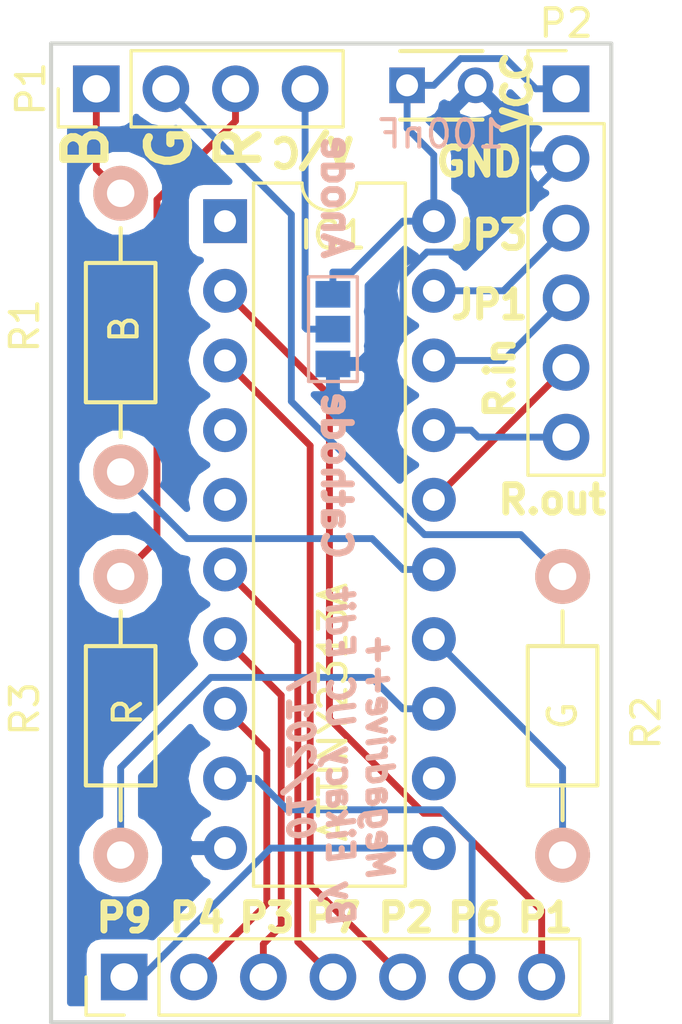
<source format=kicad_pcb>
(kicad_pcb (version 4) (host pcbnew 4.0.2-stable)

  (general
    (links 24)
    (no_connects 1)
    (area 116.985 89.195 142.316048 126.920001)
    (thickness 1.6)
    (drawings 24)
    (tracks 83)
    (zones 0)
    (modules 9)
    (nets 25)
  )

  (page A4)
  (layers
    (0 F.Cu signal)
    (31 B.Cu signal)
    (32 B.Adhes user)
    (33 F.Adhes user)
    (34 B.Paste user)
    (35 F.Paste user)
    (36 B.SilkS user)
    (37 F.SilkS user)
    (38 B.Mask user)
    (39 F.Mask user)
    (40 Dwgs.User user)
    (41 Cmts.User user)
    (42 Eco1.User user)
    (43 Eco2.User user)
    (44 Edge.Cuts user)
    (45 Margin user)
    (46 B.CrtYd user)
    (47 F.CrtYd user)
    (48 B.Fab user)
    (49 F.Fab user)
  )

  (setup
    (last_trace_width 0.25)
    (trace_clearance 0.2)
    (zone_clearance 0.508)
    (zone_45_only no)
    (trace_min 0.2)
    (segment_width 0.2)
    (edge_width 0.15)
    (via_size 0.6)
    (via_drill 0.4)
    (via_min_size 0.4)
    (via_min_drill 0.3)
    (uvia_size 0.3)
    (uvia_drill 0.1)
    (uvias_allowed no)
    (uvia_min_size 0.2)
    (uvia_min_drill 0.1)
    (pcb_text_width 0.3)
    (pcb_text_size 1.5 1.5)
    (mod_edge_width 0.15)
    (mod_text_size 1 1)
    (mod_text_width 0.15)
    (pad_size 1.524 1.524)
    (pad_drill 0.762)
    (pad_to_mask_clearance 0.2)
    (aux_axis_origin 0 0)
    (visible_elements 7FFFFFFF)
    (pcbplotparams
      (layerselection 0x00030_80000001)
      (usegerberextensions false)
      (excludeedgelayer true)
      (linewidth 0.100000)
      (plotframeref false)
      (viasonmask false)
      (mode 1)
      (useauxorigin false)
      (hpglpennumber 1)
      (hpglpenspeed 20)
      (hpglpendiameter 15)
      (hpglpenoverlay 2)
      (psnegative false)
      (psa4output false)
      (plotreference true)
      (plotvalue true)
      (plotinvisibletext false)
      (padsonsilk false)
      (subtractmaskfromsilk false)
      (outputformat 1)
      (mirror false)
      (drillshape 1)
      (scaleselection 1)
      (outputdirectory ""))
  )

  (net 0 "")
  (net 1 VCC)
  (net 2 GND)
  (net 3 "Net-(IC1-Pad1)")
  (net 4 P9)
  (net 5 P1)
  (net 6 "Net-(IC1-Pad12)")
  (net 7 P2)
  (net 8 Led_R)
  (net 9 "Net-(IC1-Pad4)")
  (net 10 Led_G)
  (net 11 "Net-(IC1-Pad5)")
  (net 12 Led_B)
  (net 13 P7)
  (net 14 RST_IN)
  (net 15 P3)
  (net 16 RST_OUT)
  (net 17 P4)
  (net 18 JP1)
  (net 19 P6)
  (net 20 JP3)
  (net 21 "Net-(JP1-Pad2)")
  (net 22 "Net-(P1-Pad1)")
  (net 23 "Net-(P1-Pad2)")
  (net 24 "Net-(P1-Pad3)")

  (net_class Default "Ceci est la Netclass par défaut"
    (clearance 0.2)
    (trace_width 0.25)
    (via_dia 0.6)
    (via_drill 0.4)
    (uvia_dia 0.3)
    (uvia_drill 0.1)
    (add_net GND)
    (add_net JP1)
    (add_net JP3)
    (add_net Led_B)
    (add_net Led_G)
    (add_net Led_R)
    (add_net "Net-(IC1-Pad1)")
    (add_net "Net-(IC1-Pad12)")
    (add_net "Net-(IC1-Pad4)")
    (add_net "Net-(IC1-Pad5)")
    (add_net "Net-(JP1-Pad2)")
    (add_net "Net-(P1-Pad1)")
    (add_net "Net-(P1-Pad2)")
    (add_net "Net-(P1-Pad3)")
    (add_net P1)
    (add_net P2)
    (add_net P3)
    (add_net P4)
    (add_net P6)
    (add_net P7)
    (add_net P9)
    (add_net RST_IN)
    (add_net RST_OUT)
    (add_net VCC)
  )

  (module Capacitors_ThroughHole:C_Disc_D3_P2.5 (layer F.Cu) (tedit 587678A0) (tstamp 58762576)
    (at 132.12 92.583)
    (descr "Capacitor 3mm Disc, Pitch 2.5mm")
    (tags Capacitor)
    (path /587627A2)
    (fp_text reference 100nF (at 1.23 1.778) (layer B.SilkS)
      (effects (font (size 1 1) (thickness 0.15)) (justify mirror))
    )
    (fp_text value C (at 1.25 2.5) (layer F.Fab)
      (effects (font (size 1 1) (thickness 0.15)))
    )
    (fp_line (start -0.9 -1.5) (end 3.4 -1.5) (layer F.CrtYd) (width 0.05))
    (fp_line (start 3.4 -1.5) (end 3.4 1.5) (layer F.CrtYd) (width 0.05))
    (fp_line (start 3.4 1.5) (end -0.9 1.5) (layer F.CrtYd) (width 0.05))
    (fp_line (start -0.9 1.5) (end -0.9 -1.5) (layer F.CrtYd) (width 0.05))
    (fp_line (start -0.25 -1.25) (end 2.75 -1.25) (layer F.SilkS) (width 0.15))
    (fp_line (start 2.75 1.25) (end -0.25 1.25) (layer F.SilkS) (width 0.15))
    (pad 1 thru_hole rect (at 0 0) (size 1.3 1.3) (drill 0.8) (layers *.Cu *.Mask)
      (net 1 VCC))
    (pad 2 thru_hole circle (at 2.5 0) (size 1.3 1.3) (drill 0.8001) (layers *.Cu *.Mask)
      (net 2 GND))
    (model Capacitors_ThroughHole.3dshapes/C_Disc_D3_P2.5.wrl
      (at (xyz 0.0492126 0 0))
      (scale (xyz 1 1 1))
      (rotate (xyz 0 0 0))
    )
  )

  (module Housings_DIP:DIP-20_W7.62mm (layer F.Cu) (tedit 5876821E) (tstamp 5876259D)
    (at 125.476 97.536)
    (descr "20-lead dip package, row spacing 7.62 mm (300 mils)")
    (tags "DIL DIP PDIP 2.54mm 7.62mm 300mil")
    (path /58756DA6)
    (fp_text reference IC1 (at 3.937 0.508) (layer F.SilkS)
      (effects (font (size 1 1) (thickness 0.15)))
    )
    (fp_text value ATTINY2313A (at 3.937 17.907 90) (layer F.SilkS)
      (effects (font (size 1 1) (thickness 0.15)))
    )
    (fp_arc (start 3.81 -1.39) (end 2.81 -1.39) (angle -180) (layer F.SilkS) (width 0.12))
    (fp_line (start 1.635 -1.27) (end 6.985 -1.27) (layer F.Fab) (width 0.1))
    (fp_line (start 6.985 -1.27) (end 6.985 24.13) (layer F.Fab) (width 0.1))
    (fp_line (start 6.985 24.13) (end 0.635 24.13) (layer F.Fab) (width 0.1))
    (fp_line (start 0.635 24.13) (end 0.635 -0.27) (layer F.Fab) (width 0.1))
    (fp_line (start 0.635 -0.27) (end 1.635 -1.27) (layer F.Fab) (width 0.1))
    (fp_line (start 2.81 -1.39) (end 1.04 -1.39) (layer F.SilkS) (width 0.12))
    (fp_line (start 1.04 -1.39) (end 1.04 24.25) (layer F.SilkS) (width 0.12))
    (fp_line (start 1.04 24.25) (end 6.58 24.25) (layer F.SilkS) (width 0.12))
    (fp_line (start 6.58 24.25) (end 6.58 -1.39) (layer F.SilkS) (width 0.12))
    (fp_line (start 6.58 -1.39) (end 4.81 -1.39) (layer F.SilkS) (width 0.12))
    (fp_line (start -1.1 -1.6) (end -1.1 24.4) (layer F.CrtYd) (width 0.05))
    (fp_line (start -1.1 24.4) (end 8.7 24.4) (layer F.CrtYd) (width 0.05))
    (fp_line (start 8.7 24.4) (end 8.7 -1.6) (layer F.CrtYd) (width 0.05))
    (fp_line (start 8.7 -1.6) (end -1.1 -1.6) (layer F.CrtYd) (width 0.05))
    (pad 1 thru_hole rect (at 0 0) (size 1.6 1.6) (drill 0.8) (layers *.Cu *.Mask)
      (net 3 "Net-(IC1-Pad1)"))
    (pad 11 thru_hole oval (at 7.62 22.86) (size 1.6 1.6) (drill 0.8) (layers *.Cu *.Mask)
      (net 4 P9))
    (pad 2 thru_hole oval (at 0 2.54) (size 1.6 1.6) (drill 0.8) (layers *.Cu *.Mask)
      (net 5 P1))
    (pad 12 thru_hole oval (at 7.62 20.32) (size 1.6 1.6) (drill 0.8) (layers *.Cu *.Mask)
      (net 6 "Net-(IC1-Pad12)"))
    (pad 3 thru_hole oval (at 0 5.08) (size 1.6 1.6) (drill 0.8) (layers *.Cu *.Mask)
      (net 7 P2))
    (pad 13 thru_hole oval (at 7.62 17.78) (size 1.6 1.6) (drill 0.8) (layers *.Cu *.Mask)
      (net 8 Led_R))
    (pad 4 thru_hole oval (at 0 7.62) (size 1.6 1.6) (drill 0.8) (layers *.Cu *.Mask)
      (net 9 "Net-(IC1-Pad4)"))
    (pad 14 thru_hole oval (at 7.62 15.24) (size 1.6 1.6) (drill 0.8) (layers *.Cu *.Mask)
      (net 10 Led_G))
    (pad 5 thru_hole oval (at 0 10.16) (size 1.6 1.6) (drill 0.8) (layers *.Cu *.Mask)
      (net 11 "Net-(IC1-Pad5)"))
    (pad 15 thru_hole oval (at 7.62 12.7) (size 1.6 1.6) (drill 0.8) (layers *.Cu *.Mask)
      (net 12 Led_B))
    (pad 6 thru_hole oval (at 0 12.7) (size 1.6 1.6) (drill 0.8) (layers *.Cu *.Mask)
      (net 13 P7))
    (pad 16 thru_hole oval (at 7.62 10.16) (size 1.6 1.6) (drill 0.8) (layers *.Cu *.Mask)
      (net 14 RST_IN))
    (pad 7 thru_hole oval (at 0 15.24) (size 1.6 1.6) (drill 0.8) (layers *.Cu *.Mask)
      (net 15 P3))
    (pad 17 thru_hole oval (at 7.62 7.62) (size 1.6 1.6) (drill 0.8) (layers *.Cu *.Mask)
      (net 16 RST_OUT))
    (pad 8 thru_hole oval (at 0 17.78) (size 1.6 1.6) (drill 0.8) (layers *.Cu *.Mask)
      (net 17 P4))
    (pad 18 thru_hole oval (at 7.62 5.08) (size 1.6 1.6) (drill 0.8) (layers *.Cu *.Mask)
      (net 18 JP1))
    (pad 9 thru_hole oval (at 0 20.32) (size 1.6 1.6) (drill 0.8) (layers *.Cu *.Mask)
      (net 19 P6))
    (pad 19 thru_hole oval (at 7.62 2.54) (size 1.6 1.6) (drill 0.8) (layers *.Cu *.Mask)
      (net 20 JP3))
    (pad 10 thru_hole oval (at 0 22.86) (size 1.6 1.6) (drill 0.8) (layers *.Cu *.Mask)
      (net 2 GND))
    (pad 20 thru_hole oval (at 7.62 0) (size 1.6 1.6) (drill 0.8) (layers *.Cu *.Mask)
      (net 1 VCC))
    (model Housings_DIP.3dshapes/DIP-20_W7.62mm.wrl
      (at (xyz 0 0 0))
      (scale (xyz 1 1 1))
      (rotate (xyz 0 0 0))
    )
  )

  (module Connect:GS3 (layer B.Cu) (tedit 587677EC) (tstamp 587625AC)
    (at 129.413 101.473 180)
    (descr "3-pin solder bridge")
    (tags "solder bridge")
    (path /58760FA2)
    (attr smd)
    (fp_text reference JP1 (at -1.382 0.597001 270) (layer F.Fab)
      (effects (font (size 1 1) (thickness 0.15)))
    )
    (fp_text value A/C (at 1.8 0 450) (layer B.Fab)
      (effects (font (size 1 1) (thickness 0.15)) (justify mirror))
    )
    (fp_line (start -1.15 2.15) (end 1.15 2.15) (layer B.CrtYd) (width 0.05))
    (fp_line (start 1.15 2.15) (end 1.15 -2.15) (layer B.CrtYd) (width 0.05))
    (fp_line (start 1.15 -2.15) (end -1.15 -2.15) (layer B.CrtYd) (width 0.05))
    (fp_line (start -1.15 -2.15) (end -1.15 2.15) (layer B.CrtYd) (width 0.05))
    (fp_line (start -0.89 1.91) (end -0.89 -1.91) (layer B.SilkS) (width 0.12))
    (fp_line (start -0.89 -1.91) (end 0.89 -1.91) (layer B.SilkS) (width 0.12))
    (fp_line (start 0.89 -1.91) (end 0.89 1.91) (layer B.SilkS) (width 0.12))
    (fp_line (start -0.89 1.91) (end 0.89 1.91) (layer B.SilkS) (width 0.12))
    (pad 1 smd rect (at 0 1.27 180) (size 1.27 0.97) (layers B.Cu B.Paste B.Mask)
      (net 1 VCC))
    (pad 2 smd rect (at 0 0 180) (size 1.27 0.97) (layers B.Cu B.Paste B.Mask)
      (net 21 "Net-(JP1-Pad2)"))
    (pad 3 smd rect (at 0 -1.27 180) (size 1.27 0.97) (layers B.Cu B.Paste B.Mask)
      (net 2 GND))
  )

  (module Pin_Headers:Pin_Header_Straight_1x04_Pitch2.54mm (layer F.Cu) (tedit 5862ED52) (tstamp 587625C2)
    (at 120.777 92.71 90)
    (descr "Through hole straight pin header, 1x04, 2.54mm pitch, single row")
    (tags "Through hole pin header THT 1x04 2.54mm single row")
    (path /5875FEE2)
    (fp_text reference P1 (at 0 -2.39 90) (layer F.SilkS)
      (effects (font (size 1 1) (thickness 0.15)))
    )
    (fp_text value LED (at 0.254 9.779 90) (layer F.Fab)
      (effects (font (size 1 1) (thickness 0.15)))
    )
    (fp_line (start -1.27 -1.27) (end -1.27 8.89) (layer F.Fab) (width 0.1))
    (fp_line (start -1.27 8.89) (end 1.27 8.89) (layer F.Fab) (width 0.1))
    (fp_line (start 1.27 8.89) (end 1.27 -1.27) (layer F.Fab) (width 0.1))
    (fp_line (start 1.27 -1.27) (end -1.27 -1.27) (layer F.Fab) (width 0.1))
    (fp_line (start -1.39 1.27) (end -1.39 9.01) (layer F.SilkS) (width 0.12))
    (fp_line (start -1.39 9.01) (end 1.39 9.01) (layer F.SilkS) (width 0.12))
    (fp_line (start 1.39 9.01) (end 1.39 1.27) (layer F.SilkS) (width 0.12))
    (fp_line (start 1.39 1.27) (end -1.39 1.27) (layer F.SilkS) (width 0.12))
    (fp_line (start -1.39 0) (end -1.39 -1.39) (layer F.SilkS) (width 0.12))
    (fp_line (start -1.39 -1.39) (end 0 -1.39) (layer F.SilkS) (width 0.12))
    (fp_line (start -1.6 -1.6) (end -1.6 9.2) (layer F.CrtYd) (width 0.05))
    (fp_line (start -1.6 9.2) (end 1.6 9.2) (layer F.CrtYd) (width 0.05))
    (fp_line (start 1.6 9.2) (end 1.6 -1.6) (layer F.CrtYd) (width 0.05))
    (fp_line (start 1.6 -1.6) (end -1.6 -1.6) (layer F.CrtYd) (width 0.05))
    (pad 1 thru_hole rect (at 0 0 90) (size 1.7 1.7) (drill 1) (layers *.Cu *.Mask)
      (net 22 "Net-(P1-Pad1)"))
    (pad 2 thru_hole oval (at 0 2.54 90) (size 1.7 1.7) (drill 1) (layers *.Cu *.Mask)
      (net 23 "Net-(P1-Pad2)"))
    (pad 3 thru_hole oval (at 0 5.08 90) (size 1.7 1.7) (drill 1) (layers *.Cu *.Mask)
      (net 24 "Net-(P1-Pad3)"))
    (pad 4 thru_hole oval (at 0 7.62 90) (size 1.7 1.7) (drill 1) (layers *.Cu *.Mask)
      (net 21 "Net-(JP1-Pad2)"))
    (model Pin_Headers.3dshapes/Pin_Header_Straight_1x04_Pitch2.54mm.wrl
      (at (xyz 0 -0.15 0))
      (scale (xyz 1 1 1))
      (rotate (xyz 0 0 90))
    )
  )

  (module Resistors_ThroughHole:Resistor_Horizontal_RM10mm (layer F.Cu) (tedit 587672B7) (tstamp 58762603)
    (at 121.666 106.68 90)
    (descr "Resistor, Axial,  RM 10mm, 1/3W")
    (tags "Resistor Axial RM 10mm 1/3W")
    (path /58761146)
    (fp_text reference R1 (at 5.32892 -3.50012 90) (layer F.SilkS)
      (effects (font (size 1 1) (thickness 0.15)))
    )
    (fp_text value B (at 5.207 0.127 90) (layer F.SilkS)
      (effects (font (size 1 1) (thickness 0.15)))
    )
    (fp_line (start -1.25 -1.5) (end 11.4 -1.5) (layer F.CrtYd) (width 0.05))
    (fp_line (start -1.25 1.5) (end -1.25 -1.5) (layer F.CrtYd) (width 0.05))
    (fp_line (start 11.4 -1.5) (end 11.4 1.5) (layer F.CrtYd) (width 0.05))
    (fp_line (start -1.25 1.5) (end 11.4 1.5) (layer F.CrtYd) (width 0.05))
    (fp_line (start 2.54 -1.27) (end 7.62 -1.27) (layer F.SilkS) (width 0.15))
    (fp_line (start 7.62 -1.27) (end 7.62 1.27) (layer F.SilkS) (width 0.15))
    (fp_line (start 7.62 1.27) (end 2.54 1.27) (layer F.SilkS) (width 0.15))
    (fp_line (start 2.54 1.27) (end 2.54 -1.27) (layer F.SilkS) (width 0.15))
    (fp_line (start 2.54 0) (end 1.27 0) (layer F.SilkS) (width 0.15))
    (fp_line (start 7.62 0) (end 8.89 0) (layer F.SilkS) (width 0.15))
    (pad 1 thru_hole circle (at 0 0 90) (size 1.99898 1.99898) (drill 1.00076) (layers *.Cu *.SilkS *.Mask)
      (net 12 Led_B))
    (pad 2 thru_hole circle (at 10.16 0 90) (size 1.99898 1.99898) (drill 1.00076) (layers *.Cu *.SilkS *.Mask)
      (net 22 "Net-(P1-Pad1)"))
    (model Resistors_ThroughHole.3dshapes/Resistor_Horizontal_RM10mm.wrl
      (at (xyz 0.2 0 0))
      (scale (xyz 0.4 0.4 0.4))
      (rotate (xyz 0 0 0))
    )
  )

  (module Resistors_ThroughHole:Resistor_Horizontal_RM10mm (layer F.Cu) (tedit 587672A6) (tstamp 58762613)
    (at 137.795 120.65 90)
    (descr "Resistor, Axial,  RM 10mm, 1/3W")
    (tags "Resistor Axial RM 10mm 1/3W")
    (path /587611B5)
    (fp_text reference R2 (at 4.826 3.048 90) (layer F.SilkS)
      (effects (font (size 1 1) (thickness 0.15)))
    )
    (fp_text value G (at 5.08 0 90) (layer F.SilkS)
      (effects (font (size 1 1) (thickness 0.15)))
    )
    (fp_line (start -1.25 -1.5) (end 11.4 -1.5) (layer F.CrtYd) (width 0.05))
    (fp_line (start -1.25 1.5) (end -1.25 -1.5) (layer F.CrtYd) (width 0.05))
    (fp_line (start 11.4 -1.5) (end 11.4 1.5) (layer F.CrtYd) (width 0.05))
    (fp_line (start -1.25 1.5) (end 11.4 1.5) (layer F.CrtYd) (width 0.05))
    (fp_line (start 2.54 -1.27) (end 7.62 -1.27) (layer F.SilkS) (width 0.15))
    (fp_line (start 7.62 -1.27) (end 7.62 1.27) (layer F.SilkS) (width 0.15))
    (fp_line (start 7.62 1.27) (end 2.54 1.27) (layer F.SilkS) (width 0.15))
    (fp_line (start 2.54 1.27) (end 2.54 -1.27) (layer F.SilkS) (width 0.15))
    (fp_line (start 2.54 0) (end 1.27 0) (layer F.SilkS) (width 0.15))
    (fp_line (start 7.62 0) (end 8.89 0) (layer F.SilkS) (width 0.15))
    (pad 1 thru_hole circle (at 0 0 90) (size 1.99898 1.99898) (drill 1.00076) (layers *.Cu *.SilkS *.Mask)
      (net 10 Led_G))
    (pad 2 thru_hole circle (at 10.16 0 90) (size 1.99898 1.99898) (drill 1.00076) (layers *.Cu *.SilkS *.Mask)
      (net 23 "Net-(P1-Pad2)"))
    (model Resistors_ThroughHole.3dshapes/Resistor_Horizontal_RM10mm.wrl
      (at (xyz 0.2 0 0))
      (scale (xyz 0.4 0.4 0.4))
      (rotate (xyz 0 0 0))
    )
  )

  (module Resistors_ThroughHole:Resistor_Horizontal_RM10mm (layer F.Cu) (tedit 587672AB) (tstamp 58762623)
    (at 121.666 120.65 90)
    (descr "Resistor, Axial,  RM 10mm, 1/3W")
    (tags "Resistor Axial RM 10mm 1/3W")
    (path /587611DE)
    (fp_text reference R3 (at 5.32892 -3.50012 90) (layer F.SilkS)
      (effects (font (size 1 1) (thickness 0.15)))
    )
    (fp_text value R (at 5.207 0.254 90) (layer F.SilkS)
      (effects (font (size 1 1) (thickness 0.15)))
    )
    (fp_line (start -1.25 -1.5) (end 11.4 -1.5) (layer F.CrtYd) (width 0.05))
    (fp_line (start -1.25 1.5) (end -1.25 -1.5) (layer F.CrtYd) (width 0.05))
    (fp_line (start 11.4 -1.5) (end 11.4 1.5) (layer F.CrtYd) (width 0.05))
    (fp_line (start -1.25 1.5) (end 11.4 1.5) (layer F.CrtYd) (width 0.05))
    (fp_line (start 2.54 -1.27) (end 7.62 -1.27) (layer F.SilkS) (width 0.15))
    (fp_line (start 7.62 -1.27) (end 7.62 1.27) (layer F.SilkS) (width 0.15))
    (fp_line (start 7.62 1.27) (end 2.54 1.27) (layer F.SilkS) (width 0.15))
    (fp_line (start 2.54 1.27) (end 2.54 -1.27) (layer F.SilkS) (width 0.15))
    (fp_line (start 2.54 0) (end 1.27 0) (layer F.SilkS) (width 0.15))
    (fp_line (start 7.62 0) (end 8.89 0) (layer F.SilkS) (width 0.15))
    (pad 1 thru_hole circle (at 0 0 90) (size 1.99898 1.99898) (drill 1.00076) (layers *.Cu *.SilkS *.Mask)
      (net 8 Led_R))
    (pad 2 thru_hole circle (at 10.16 0 90) (size 1.99898 1.99898) (drill 1.00076) (layers *.Cu *.SilkS *.Mask)
      (net 24 "Net-(P1-Pad3)"))
    (model Resistors_ThroughHole.3dshapes/Resistor_Horizontal_RM10mm.wrl
      (at (xyz 0.2 0 0))
      (scale (xyz 0.4 0.4 0.4))
      (rotate (xyz 0 0 0))
    )
  )

  (module Pin_Headers:Pin_Header_Straight_1x07_Pitch2.54mm (layer F.Cu) (tedit 58767758) (tstamp 58767057)
    (at 121.793 125.095 90)
    (descr "Through hole straight pin header, 1x07, 2.54mm pitch, single row")
    (tags "Through hole pin header THT 1x07 2.54mm single row")
    (path /5875FE1B)
    (fp_text reference P3 (at -0.127 -3.683 90) (layer F.Fab)
      (effects (font (size 1 1) (thickness 0.15)))
    )
    (fp_text value Pad (at 0.381 -1.905 90) (layer F.Fab)
      (effects (font (size 1 1) (thickness 0.15)))
    )
    (fp_line (start -1.27 -1.27) (end -1.27 16.51) (layer F.Fab) (width 0.1))
    (fp_line (start -1.27 16.51) (end 1.27 16.51) (layer F.Fab) (width 0.1))
    (fp_line (start 1.27 16.51) (end 1.27 -1.27) (layer F.Fab) (width 0.1))
    (fp_line (start 1.27 -1.27) (end -1.27 -1.27) (layer F.Fab) (width 0.1))
    (fp_line (start -1.39 1.27) (end -1.39 16.63) (layer F.SilkS) (width 0.12))
    (fp_line (start -1.39 16.63) (end 1.39 16.63) (layer F.SilkS) (width 0.12))
    (fp_line (start 1.39 16.63) (end 1.39 1.27) (layer F.SilkS) (width 0.12))
    (fp_line (start 1.39 1.27) (end -1.39 1.27) (layer F.SilkS) (width 0.12))
    (fp_line (start -1.39 0) (end -1.39 -1.39) (layer F.SilkS) (width 0.12))
    (fp_line (start -1.39 -1.39) (end 0 -1.39) (layer F.SilkS) (width 0.12))
    (fp_line (start -1.6 -1.6) (end -1.6 16.8) (layer F.CrtYd) (width 0.05))
    (fp_line (start -1.6 16.8) (end 1.6 16.8) (layer F.CrtYd) (width 0.05))
    (fp_line (start 1.6 16.8) (end 1.6 -1.6) (layer F.CrtYd) (width 0.05))
    (fp_line (start 1.6 -1.6) (end -1.6 -1.6) (layer F.CrtYd) (width 0.05))
    (pad 1 thru_hole rect (at 0 0 90) (size 1.7 1.7) (drill 1) (layers *.Cu *.Mask)
      (net 4 P9))
    (pad 2 thru_hole oval (at 0 2.54 90) (size 1.7 1.7) (drill 1) (layers *.Cu *.Mask)
      (net 17 P4))
    (pad 3 thru_hole oval (at 0 5.08 90) (size 1.7 1.7) (drill 1) (layers *.Cu *.Mask)
      (net 15 P3))
    (pad 4 thru_hole oval (at 0 7.62 90) (size 1.7 1.7) (drill 1) (layers *.Cu *.Mask)
      (net 13 P7))
    (pad 5 thru_hole oval (at 0 10.16 90) (size 1.7 1.7) (drill 1) (layers *.Cu *.Mask)
      (net 7 P2))
    (pad 6 thru_hole oval (at 0 12.7 90) (size 1.7 1.7) (drill 1) (layers *.Cu *.Mask)
      (net 19 P6))
    (pad 7 thru_hole oval (at 0 15.24 90) (size 1.7 1.7) (drill 1) (layers *.Cu *.Mask)
      (net 5 P1))
    (model Pin_Headers.3dshapes/Pin_Header_Straight_1x07_Pitch2.54mm.wrl
      (at (xyz 0 -0.3 0))
      (scale (xyz 1 1 1))
      (rotate (xyz 0 0 90))
    )
  )

  (module Pin_Headers:Pin_Header_Straight_1x06_Pitch2.54mm (layer F.Cu) (tedit 5862ED52) (tstamp 58767640)
    (at 137.922 92.71)
    (descr "Through hole straight pin header, 1x06, 2.54mm pitch, single row")
    (tags "Through hole pin header THT 1x06 2.54mm single row")
    (path /58761B9E)
    (fp_text reference P2 (at 0 -2.39) (layer F.SilkS)
      (effects (font (size 1 1) (thickness 0.15)))
    )
    (fp_text value Reg/Power (at 0 15.09) (layer F.Fab)
      (effects (font (size 1 1) (thickness 0.15)))
    )
    (fp_line (start -1.27 -1.27) (end -1.27 13.97) (layer F.Fab) (width 0.1))
    (fp_line (start -1.27 13.97) (end 1.27 13.97) (layer F.Fab) (width 0.1))
    (fp_line (start 1.27 13.97) (end 1.27 -1.27) (layer F.Fab) (width 0.1))
    (fp_line (start 1.27 -1.27) (end -1.27 -1.27) (layer F.Fab) (width 0.1))
    (fp_line (start -1.39 1.27) (end -1.39 14.09) (layer F.SilkS) (width 0.12))
    (fp_line (start -1.39 14.09) (end 1.39 14.09) (layer F.SilkS) (width 0.12))
    (fp_line (start 1.39 14.09) (end 1.39 1.27) (layer F.SilkS) (width 0.12))
    (fp_line (start 1.39 1.27) (end -1.39 1.27) (layer F.SilkS) (width 0.12))
    (fp_line (start -1.39 0) (end -1.39 -1.39) (layer F.SilkS) (width 0.12))
    (fp_line (start -1.39 -1.39) (end 0 -1.39) (layer F.SilkS) (width 0.12))
    (fp_line (start -1.6 -1.6) (end -1.6 14.3) (layer F.CrtYd) (width 0.05))
    (fp_line (start -1.6 14.3) (end 1.6 14.3) (layer F.CrtYd) (width 0.05))
    (fp_line (start 1.6 14.3) (end 1.6 -1.6) (layer F.CrtYd) (width 0.05))
    (fp_line (start 1.6 -1.6) (end -1.6 -1.6) (layer F.CrtYd) (width 0.05))
    (pad 1 thru_hole rect (at 0 0) (size 1.7 1.7) (drill 1) (layers *.Cu *.Mask)
      (net 1 VCC))
    (pad 2 thru_hole oval (at 0 2.54) (size 1.7 1.7) (drill 1) (layers *.Cu *.Mask)
      (net 2 GND))
    (pad 3 thru_hole oval (at 0 5.08) (size 1.7 1.7) (drill 1) (layers *.Cu *.Mask)
      (net 20 JP3))
    (pad 4 thru_hole oval (at 0 7.62) (size 1.7 1.7) (drill 1) (layers *.Cu *.Mask)
      (net 18 JP1))
    (pad 5 thru_hole oval (at 0 10.16) (size 1.7 1.7) (drill 1) (layers *.Cu *.Mask)
      (net 14 RST_IN))
    (pad 6 thru_hole oval (at 0 12.7) (size 1.7 1.7) (drill 1) (layers *.Cu *.Mask)
      (net 16 RST_OUT))
    (model Pin_Headers.3dshapes/Pin_Header_Straight_1x06_Pitch2.54mm.wrl
      (at (xyz 0 -0.25 0))
      (scale (xyz 1 1 1))
      (rotate (xyz 0 0 90))
    )
  )

  (gr_text "Megadrive++\nBy Eikacy UC Edit\n01/2017" (at 129.667 117.094 270) (layer B.SilkS)
    (effects (font (size 0.9 0.9) (thickness 0.225) italic) (justify mirror))
  )
  (gr_text Cathode (at 129.54 106.807 270) (layer B.SilkS) (tstamp 587677AE)
    (effects (font (size 1 1) (thickness 0.25)) (justify mirror))
  )
  (gr_text Anode (at 129.54 96.647 270) (layer B.SilkS)
    (effects (font (size 1 1) (thickness 0.25)) (justify mirror))
  )
  (gr_text A/C (at 128.651 94.996 180) (layer F.SilkS)
    (effects (font (size 1 1) (thickness 0.25)))
  )
  (gr_text VCC (at 136.144 92.837 90) (layer F.SilkS) (tstamp 587676BB)
    (effects (font (size 1 1) (thickness 0.25)))
  )
  (gr_text JP3 (at 135.128 98.044) (layer F.SilkS) (tstamp 5876769C)
    (effects (font (size 1 1) (thickness 0.25)))
  )
  (gr_text GND (at 134.747 95.377) (layer F.SilkS) (tstamp 58767695)
    (effects (font (size 1 1) (thickness 0.25)))
  )
  (gr_text JP1 (at 135.128 100.584) (layer F.SilkS) (tstamp 58767694)
    (effects (font (size 1 1) (thickness 0.25)))
  )
  (gr_text R.out (at 137.414 107.696) (layer F.SilkS) (tstamp 5876756C)
    (effects (font (size 1 1) (thickness 0.25)))
  )
  (gr_text R.in (at 135.509 103.251 90) (layer F.SilkS)
    (effects (font (size 1 1) (thickness 0.25)))
  )
  (gr_text P9 (at 121.793 122.936) (layer F.SilkS) (tstamp 587673D6)
    (effects (font (size 1 1) (thickness 0.25)))
  )
  (gr_text P4 (at 124.46 122.936) (layer F.SilkS) (tstamp 587673D5)
    (effects (font (size 1 1) (thickness 0.25)))
  )
  (gr_text P3 (at 127 122.936) (layer F.SilkS) (tstamp 587673D4)
    (effects (font (size 1 1) (thickness 0.25)))
  )
  (gr_text P7 (at 129.413 122.936) (layer F.SilkS) (tstamp 587673D3)
    (effects (font (size 1 1) (thickness 0.25)))
  )
  (gr_text P2 (at 132.08 122.936) (layer F.SilkS) (tstamp 587673D2)
    (effects (font (size 1 1) (thickness 0.25)))
  )
  (gr_text P6 (at 134.62 122.936) (layer F.SilkS)
    (effects (font (size 1 1) (thickness 0.25)))
  )
  (gr_text "P1\n" (at 137.16 122.936) (layer F.SilkS)
    (effects (font (size 1 1) (thickness 0.25)))
  )
  (gr_text R (at 125.984 94.869 90) (layer F.SilkS)
    (effects (font (size 1.5 1.5) (thickness 0.3)))
  )
  (gr_text G (at 123.444 94.869 90) (layer F.SilkS)
    (effects (font (size 1.5 1.5) (thickness 0.3)))
  )
  (gr_text B (at 120.396 94.869 90) (layer F.SilkS)
    (effects (font (size 1.5 1.5) (thickness 0.3)))
  )
  (gr_line (start 119.126 91.059) (end 139.573 91.059) (layer Edge.Cuts) (width 0.15))
  (gr_line (start 139.573 126.746) (end 119.126 126.746) (layer Edge.Cuts) (width 0.15))
  (gr_line (start 139.573 126.746) (end 139.573 91.059) (layer Edge.Cuts) (width 0.15))
  (gr_line (start 119.126 91.059) (end 119.126 126.746) (layer Edge.Cuts) (width 0.15))

  (segment (start 135.719999 91.607999) (end 136.822 92.71) (width 0.25) (layer B.Cu) (net 1))
  (segment (start 136.822 92.71) (end 137.922 92.71) (width 0.25) (layer B.Cu) (net 1))
  (segment (start 133.096 95.123) (end 132.12 94.147) (width 0.25) (layer B.Cu) (net 1))
  (segment (start 132.12 94.147) (end 132.12 92.583) (width 0.25) (layer B.Cu) (net 1))
  (segment (start 133.096 97.536) (end 133.096 95.123) (width 0.25) (layer B.Cu) (net 1))
  (segment (start 133.0953 92.583) (end 134.070301 91.607999) (width 0.25) (layer B.Cu) (net 1))
  (segment (start 134.070301 91.607999) (end 135.719999 91.607999) (width 0.25) (layer B.Cu) (net 1))
  (segment (start 132.12 92.583) (end 133.0953 92.583) (width 0.25) (layer B.Cu) (net 1))
  (segment (start 130.114 99.3927) (end 131.9707 97.536) (width 0.25) (layer B.Cu) (net 1))
  (segment (start 129.413 99.3927) (end 130.114 99.3927) (width 0.25) (layer B.Cu) (net 1))
  (segment (start 129.413 100.203) (end 129.413 99.3927) (width 0.25) (layer B.Cu) (net 1))
  (segment (start 133.096 97.536) (end 131.9707 97.536) (width 0.25) (layer B.Cu) (net 1))
  (segment (start 137.287 95.25) (end 137.922 95.25) (width 0.25) (layer F.Cu) (net 2))
  (segment (start 134.510999 98.661001) (end 137.922 95.25) (width 0.25) (layer B.Cu) (net 2))
  (segment (start 129.413 102.743) (end 130.298 102.743) (width 0.25) (layer B.Cu) (net 2))
  (segment (start 130.298 102.743) (end 131.970999 101.070001) (width 0.25) (layer B.Cu) (net 2))
  (segment (start 131.970999 101.070001) (end 131.970999 99.535999) (width 0.25) (layer B.Cu) (net 2))
  (segment (start 131.970999 99.535999) (end 132.845997 98.661001) (width 0.25) (layer B.Cu) (net 2))
  (segment (start 132.845997 98.661001) (end 134.510999 98.661001) (width 0.25) (layer B.Cu) (net 2))
  (segment (start 127.141002 120.396) (end 122.442002 125.095) (width 0.25) (layer B.Cu) (net 4))
  (segment (start 122.442002 125.095) (end 121.793 125.095) (width 0.25) (layer B.Cu) (net 4))
  (segment (start 127.4269 120.396) (end 127.508 120.396) (width 0.25) (layer B.Cu) (net 4))
  (segment (start 127.508 120.396) (end 133.096 120.396) (width 0.25) (layer B.Cu) (net 4))
  (segment (start 127.141002 120.396) (end 127.508 120.396) (width 0.25) (layer B.Cu) (net 4))
  (segment (start 133.4827 119.126) (end 137.033 122.6763) (width 0.25) (layer F.Cu) (net 5))
  (segment (start 137.033 122.6763) (end 137.033 125.095) (width 0.25) (layer F.Cu) (net 5))
  (segment (start 132.7266 119.126) (end 129.286 115.6854) (width 0.25) (layer F.Cu) (net 5))
  (segment (start 133.4827 119.126) (end 132.7266 119.126) (width 0.25) (layer F.Cu) (net 5))
  (segment (start 129.286 115.6854) (end 129.286 103.886) (width 0.25) (layer F.Cu) (net 5))
  (segment (start 129.286 103.886) (end 125.476 100.076) (width 0.25) (layer F.Cu) (net 5))
  (segment (start 125.476 102.616) (end 128.5819 105.7219) (width 0.25) (layer F.Cu) (net 7))
  (segment (start 128.5819 105.7219) (end 128.5819 121.7239) (width 0.25) (layer F.Cu) (net 7))
  (segment (start 128.5819 121.7239) (end 131.953 125.095) (width 0.25) (layer F.Cu) (net 7))
  (segment (start 130.82163 114.173) (end 124.953998 114.173) (width 0.25) (layer B.Cu) (net 8))
  (segment (start 124.953998 114.173) (end 121.666 117.460998) (width 0.25) (layer B.Cu) (net 8))
  (segment (start 121.666 117.460998) (end 121.666 119.236508) (width 0.25) (layer B.Cu) (net 8))
  (segment (start 121.666 119.236508) (end 121.666 120.65) (width 0.25) (layer B.Cu) (net 8))
  (segment (start 133.096 115.316) (end 131.96463 115.316) (width 0.25) (layer B.Cu) (net 8))
  (segment (start 131.96463 115.316) (end 130.82163 114.173) (width 0.25) (layer B.Cu) (net 8))
  (segment (start 137.795 120.65) (end 137.795 117.475) (width 0.25) (layer B.Cu) (net 10))
  (segment (start 137.795 117.475) (end 133.096 112.776) (width 0.25) (layer B.Cu) (net 10))
  (segment (start 130.8454 109.1107) (end 131.9707 110.236) (width 0.25) (layer B.Cu) (net 12))
  (segment (start 124.0967 109.1107) (end 130.8454 109.1107) (width 0.25) (layer B.Cu) (net 12))
  (segment (start 121.666 106.68) (end 124.0967 109.1107) (width 0.25) (layer B.Cu) (net 12))
  (segment (start 133.096 110.236) (end 131.9707 110.236) (width 0.25) (layer B.Cu) (net 12))
  (segment (start 125.476 110.236) (end 128.1315 112.8915) (width 0.25) (layer F.Cu) (net 13))
  (segment (start 128.1315 112.8915) (end 128.1315 123.8135) (width 0.25) (layer F.Cu) (net 13))
  (segment (start 128.1315 123.8135) (end 129.413 125.095) (width 0.25) (layer F.Cu) (net 13))
  (segment (start 133.096 107.696) (end 137.922 102.87) (width 0.25) (layer F.Cu) (net 14))
  (segment (start 126.873 123.892919) (end 126.873 125.095) (width 0.25) (layer F.Cu) (net 15))
  (segment (start 125.476 112.776) (end 127.5258 114.8258) (width 0.25) (layer F.Cu) (net 15))
  (segment (start 127.5258 114.8258) (end 127.5258 123.240119) (width 0.25) (layer F.Cu) (net 15))
  (segment (start 127.5258 123.240119) (end 126.873 123.892919) (width 0.25) (layer F.Cu) (net 15))
  (segment (start 134.4607 105.156) (end 134.7147 105.41) (width 0.25) (layer B.Cu) (net 16))
  (segment (start 134.7147 105.41) (end 137.922 105.41) (width 0.25) (layer B.Cu) (net 16))
  (segment (start 134.4607 105.156) (end 133.096 105.156) (width 0.25) (layer B.Cu) (net 16))
  (segment (start 127 116.84) (end 127 122.428) (width 0.25) (layer F.Cu) (net 17))
  (segment (start 127 122.428) (end 124.333 125.095) (width 0.25) (layer F.Cu) (net 17))
  (segment (start 127 116.84) (end 125.476 115.316) (width 0.25) (layer F.Cu) (net 17))
  (segment (start 133.096 102.616) (end 135.636 102.616) (width 0.25) (layer B.Cu) (net 18))
  (segment (start 135.636 102.616) (end 137.922 100.33) (width 0.25) (layer B.Cu) (net 18))
  (segment (start 127.75037 118.999) (end 133.364002 118.999) (width 0.25) (layer B.Cu) (net 19))
  (segment (start 133.364002 118.999) (end 134.493 120.127998) (width 0.25) (layer B.Cu) (net 19))
  (segment (start 134.493 120.127998) (end 134.493 123.892919) (width 0.25) (layer B.Cu) (net 19))
  (segment (start 134.493 123.892919) (end 134.493 125.095) (width 0.25) (layer B.Cu) (net 19))
  (segment (start 125.476 117.856) (end 126.60737 117.856) (width 0.25) (layer B.Cu) (net 19))
  (segment (start 126.60737 117.856) (end 127.75037 118.999) (width 0.25) (layer B.Cu) (net 19))
  (segment (start 133.096 100.076) (end 135.636 100.076) (width 0.25) (layer B.Cu) (net 20))
  (segment (start 135.636 100.076) (end 137.922 97.79) (width 0.25) (layer B.Cu) (net 20))
  (segment (start 128.397 101.4173) (end 128.4527 101.473) (width 0.25) (layer B.Cu) (net 21))
  (segment (start 128.397 92.71) (end 128.397 101.4173) (width 0.25) (layer B.Cu) (net 21))
  (segment (start 129.413 101.473) (end 128.4527 101.473) (width 0.25) (layer B.Cu) (net 21))
  (segment (start 120.777 95.631) (end 120.777 92.71) (width 0.25) (layer F.Cu) (net 22))
  (segment (start 121.666 96.52) (end 120.777 95.631) (width 0.25) (layer F.Cu) (net 22))
  (segment (start 137.795 110.49) (end 136.271 108.966) (width 0.25) (layer B.Cu) (net 23))
  (segment (start 136.271 108.966) (end 132.7538 108.966) (width 0.25) (layer B.Cu) (net 23))
  (segment (start 132.7538 108.966) (end 127.8953 104.1075) (width 0.25) (layer B.Cu) (net 23))
  (segment (start 127.8953 104.1075) (end 127.8953 97.2883) (width 0.25) (layer B.Cu) (net 23))
  (segment (start 127.8953 97.2883) (end 123.317 92.71) (width 0.25) (layer B.Cu) (net 23))
  (segment (start 122.9909 96.7514) (end 125.857 93.8853) (width 0.25) (layer F.Cu) (net 24))
  (segment (start 122.9909 109.1651) (end 122.9909 96.7514) (width 0.25) (layer F.Cu) (net 24))
  (segment (start 121.666 110.49) (end 122.9909 109.1651) (width 0.25) (layer F.Cu) (net 24))
  (segment (start 125.857 92.71) (end 125.857 93.8853) (width 0.25) (layer F.Cu) (net 24))

  (zone (net 2) (net_name GND) (layer B.Cu) (tstamp 0) (hatch edge 0.508)
    (connect_pads (clearance 0.508))
    (min_thickness 0.254)
    (fill yes (arc_segments 16) (thermal_gap 0.508) (thermal_bridge_width 0.508))
    (polygon
      (pts
        (xy 119.126 126.746) (xy 139.573 126.746) (xy 139.573 91.059) (xy 119.126 91.059)
      )
    )
    (filled_polygon
      (pts
        (xy 122.266946 93.789147) (xy 122.748715 94.111054) (xy 123.317 94.224093) (xy 123.683408 94.15121) (xy 125.620758 96.08856)
        (xy 124.676 96.08856) (xy 124.440683 96.132838) (xy 124.224559 96.27191) (xy 124.079569 96.48411) (xy 124.02856 96.736)
        (xy 124.02856 98.336) (xy 124.072838 98.571317) (xy 124.21191 98.787441) (xy 124.42411 98.932431) (xy 124.579089 98.963815)
        (xy 124.433189 99.061302) (xy 124.12212 99.526849) (xy 124.012887 100.076) (xy 124.12212 100.625151) (xy 124.433189 101.090698)
        (xy 124.815275 101.346) (xy 124.433189 101.601302) (xy 124.12212 102.066849) (xy 124.012887 102.616) (xy 124.12212 103.165151)
        (xy 124.433189 103.630698) (xy 124.815275 103.886) (xy 124.433189 104.141302) (xy 124.12212 104.606849) (xy 124.012887 105.156)
        (xy 124.12212 105.705151) (xy 124.433189 106.170698) (xy 124.815275 106.426) (xy 124.433189 106.681302) (xy 124.12212 107.146849)
        (xy 124.012887 107.696) (xy 124.076474 108.015672) (xy 123.231885 107.171083) (xy 123.300206 107.006547) (xy 123.300774 106.356306)
        (xy 123.052462 105.755345) (xy 122.593073 105.295154) (xy 121.992547 105.045794) (xy 121.342306 105.045226) (xy 120.741345 105.293538)
        (xy 120.281154 105.752927) (xy 120.031794 106.353453) (xy 120.031226 107.003694) (xy 120.279538 107.604655) (xy 120.738927 108.064846)
        (xy 121.339453 108.314206) (xy 121.989694 108.314774) (xy 122.156889 108.245691) (xy 123.559299 109.648101) (xy 123.805861 109.812848)
        (xy 124.085974 109.868566) (xy 124.012887 110.236) (xy 124.12212 110.785151) (xy 124.433189 111.250698) (xy 124.815275 111.506)
        (xy 124.433189 111.761302) (xy 124.12212 112.226849) (xy 124.012887 112.776) (xy 124.12212 113.325151) (xy 124.364419 113.687777)
        (xy 121.128599 116.923597) (xy 120.963852 117.170159) (xy 120.906 117.460998) (xy 120.906 119.195504) (xy 120.741345 119.263538)
        (xy 120.281154 119.722927) (xy 120.031794 120.323453) (xy 120.031226 120.973694) (xy 120.279538 121.574655) (xy 120.738927 122.034846)
        (xy 121.339453 122.284206) (xy 121.989694 122.284774) (xy 122.590655 122.036462) (xy 123.050846 121.577073) (xy 123.300206 120.976547)
        (xy 123.300774 120.326306) (xy 123.052462 119.725345) (xy 122.593073 119.265154) (xy 122.426 119.195779) (xy 122.426 117.7758)
        (xy 124.208048 115.993752) (xy 124.433189 116.330698) (xy 124.815275 116.586) (xy 124.433189 116.841302) (xy 124.12212 117.306849)
        (xy 124.012887 117.856) (xy 124.12212 118.405151) (xy 124.433189 118.870698) (xy 124.837703 119.140986) (xy 124.620866 119.243611)
        (xy 124.244959 119.658577) (xy 124.084096 120.046961) (xy 124.206085 120.269) (xy 125.349 120.269) (xy 125.349 120.249)
        (xy 125.603 120.249) (xy 125.603 120.269) (xy 125.623 120.269) (xy 125.623 120.523) (xy 125.603 120.523)
        (xy 125.603 120.543) (xy 125.349 120.543) (xy 125.349 120.523) (xy 124.206085 120.523) (xy 124.084096 120.745039)
        (xy 124.244959 121.133423) (xy 124.620866 121.548389) (xy 124.819704 121.642496) (xy 122.827315 123.634885) (xy 122.643 123.59756)
        (xy 120.943 123.59756) (xy 120.707683 123.641838) (xy 120.491559 123.78091) (xy 120.346569 123.99311) (xy 120.29556 124.245)
        (xy 120.29556 125.945) (xy 120.312683 126.036) (xy 119.836 126.036) (xy 119.836 110.813694) (xy 120.031226 110.813694)
        (xy 120.279538 111.414655) (xy 120.738927 111.874846) (xy 121.339453 112.124206) (xy 121.989694 112.124774) (xy 122.590655 111.876462)
        (xy 123.050846 111.417073) (xy 123.300206 110.816547) (xy 123.300774 110.166306) (xy 123.052462 109.565345) (xy 122.593073 109.105154)
        (xy 121.992547 108.855794) (xy 121.342306 108.855226) (xy 120.741345 109.103538) (xy 120.281154 109.562927) (xy 120.031794 110.163453)
        (xy 120.031226 110.813694) (xy 119.836 110.813694) (xy 119.836 96.843694) (xy 120.031226 96.843694) (xy 120.279538 97.444655)
        (xy 120.738927 97.904846) (xy 121.339453 98.154206) (xy 121.989694 98.154774) (xy 122.590655 97.906462) (xy 123.050846 97.447073)
        (xy 123.300206 96.846547) (xy 123.300774 96.196306) (xy 123.052462 95.595345) (xy 122.593073 95.135154) (xy 121.992547 94.885794)
        (xy 121.342306 94.885226) (xy 120.741345 95.133538) (xy 120.281154 95.592927) (xy 120.031794 96.193453) (xy 120.031226 96.843694)
        (xy 119.836 96.843694) (xy 119.836 94.189012) (xy 119.927 94.20744) (xy 121.627 94.20744) (xy 121.862317 94.163162)
        (xy 122.078441 94.02409) (xy 122.223431 93.81189) (xy 122.237086 93.744459)
      )
    )
    (filled_polygon
      (pts
        (xy 132.053189 98.550698) (xy 132.435275 98.806) (xy 132.053189 99.061302) (xy 131.74212 99.526849) (xy 131.632887 100.076)
        (xy 131.74212 100.625151) (xy 132.053189 101.090698) (xy 132.435275 101.346) (xy 132.053189 101.601302) (xy 131.74212 102.066849)
        (xy 131.632887 102.616) (xy 131.74212 103.165151) (xy 132.053189 103.630698) (xy 132.435275 103.886) (xy 132.053189 104.141302)
        (xy 131.74212 104.606849) (xy 131.632887 105.156) (xy 131.74212 105.705151) (xy 132.053189 106.170698) (xy 132.435275 106.426)
        (xy 132.053189 106.681302) (xy 131.849198 106.986596) (xy 128.725602 103.863) (xy 129.12725 103.863) (xy 129.286 103.70425)
        (xy 129.286 102.87) (xy 129.54 102.87) (xy 129.54 103.70425) (xy 129.69875 103.863) (xy 130.174309 103.863)
        (xy 130.407698 103.766327) (xy 130.586327 103.587699) (xy 130.683 103.35431) (xy 130.683 103.02875) (xy 130.52425 102.87)
        (xy 129.54 102.87) (xy 129.286 102.87) (xy 129.266 102.87) (xy 129.266 102.616) (xy 129.286 102.616)
        (xy 129.286 102.60544) (xy 129.54 102.60544) (xy 129.54 102.616) (xy 130.52425 102.616) (xy 130.683 102.45725)
        (xy 130.683 102.13169) (xy 130.667732 102.094829) (xy 130.69544 101.958) (xy 130.69544 100.988) (xy 130.666179 100.832493)
        (xy 130.69544 100.688) (xy 130.69544 99.886062) (xy 132.044223 98.537279)
      )
    )
    (filled_polygon
      (pts
        (xy 134.813748 92.568858) (xy 134.799605 92.583) (xy 135.519016 93.30241) (xy 135.749611 93.246729) (xy 135.887547 92.850349)
        (xy 136.284599 93.247401) (xy 136.42456 93.34092) (xy 136.42456 93.56) (xy 136.468838 93.795317) (xy 136.60791 94.011441)
        (xy 136.82011 94.156431) (xy 136.928107 94.178301) (xy 136.650355 94.483076) (xy 136.480524 94.89311) (xy 136.601845 95.123)
        (xy 137.795 95.123) (xy 137.795 95.103) (xy 138.049 95.103) (xy 138.049 95.123) (xy 138.069 95.123)
        (xy 138.069 95.377) (xy 138.049 95.377) (xy 138.049 95.397) (xy 137.795 95.397) (xy 137.795 95.377)
        (xy 136.601845 95.377) (xy 136.480524 95.60689) (xy 136.650355 96.016924) (xy 137.040642 96.445183) (xy 137.183553 96.512298)
        (xy 136.842853 96.739946) (xy 136.634077 97.052402) (xy 136.45586 97.087852) (xy 136.209299 97.252599) (xy 134.243667 99.218231)
        (xy 134.138811 99.061302) (xy 133.756725 98.806) (xy 134.138811 98.550698) (xy 134.44988 98.085151) (xy 134.559113 97.536)
        (xy 134.44988 96.986849) (xy 134.138811 96.521302) (xy 133.856 96.332333) (xy 133.856 95.123) (xy 133.798148 94.832161)
        (xy 133.798148 94.83216) (xy 133.633401 94.585599) (xy 132.903182 93.85538) (xy 133.005317 93.836162) (xy 133.221441 93.69709)
        (xy 133.366431 93.48489) (xy 133.367012 93.482016) (xy 133.90059 93.482016) (xy 133.956271 93.712611) (xy 134.439078 93.880622)
        (xy 134.949428 93.851083) (xy 135.283729 93.712611) (xy 135.33941 93.482016) (xy 134.62 92.762605) (xy 133.90059 93.482016)
        (xy 133.367012 93.482016) (xy 133.410125 93.269121) (xy 133.480255 93.222262) (xy 133.490389 93.246729) (xy 133.720984 93.30241)
        (xy 134.440395 92.583) (xy 134.426252 92.568858) (xy 134.605858 92.389253) (xy 134.62 92.403395) (xy 134.634143 92.389253)
      )
    )
  )
)

</source>
